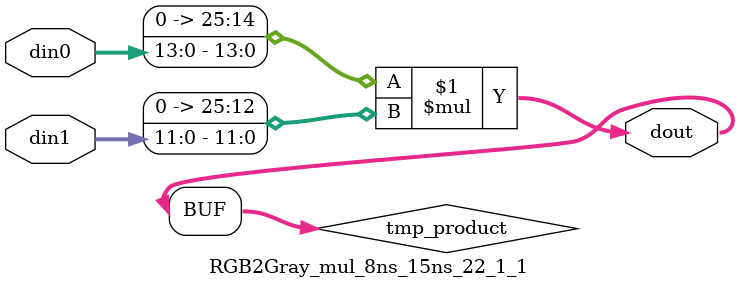
<source format=v>

`timescale 1 ns / 1 ps

  module RGB2Gray_mul_8ns_15ns_22_1_1(din0, din1, dout);
parameter ID = 1;
parameter NUM_STAGE = 0;
parameter din0_WIDTH = 14;
parameter din1_WIDTH = 12;
parameter dout_WIDTH = 26;

input [din0_WIDTH - 1 : 0] din0; 
input [din1_WIDTH - 1 : 0] din1; 
output [dout_WIDTH - 1 : 0] dout;

wire signed [dout_WIDTH - 1 : 0] tmp_product;










assign tmp_product = $signed({1'b0, din0}) * $signed({1'b0, din1});











assign dout = tmp_product;







endmodule

</source>
